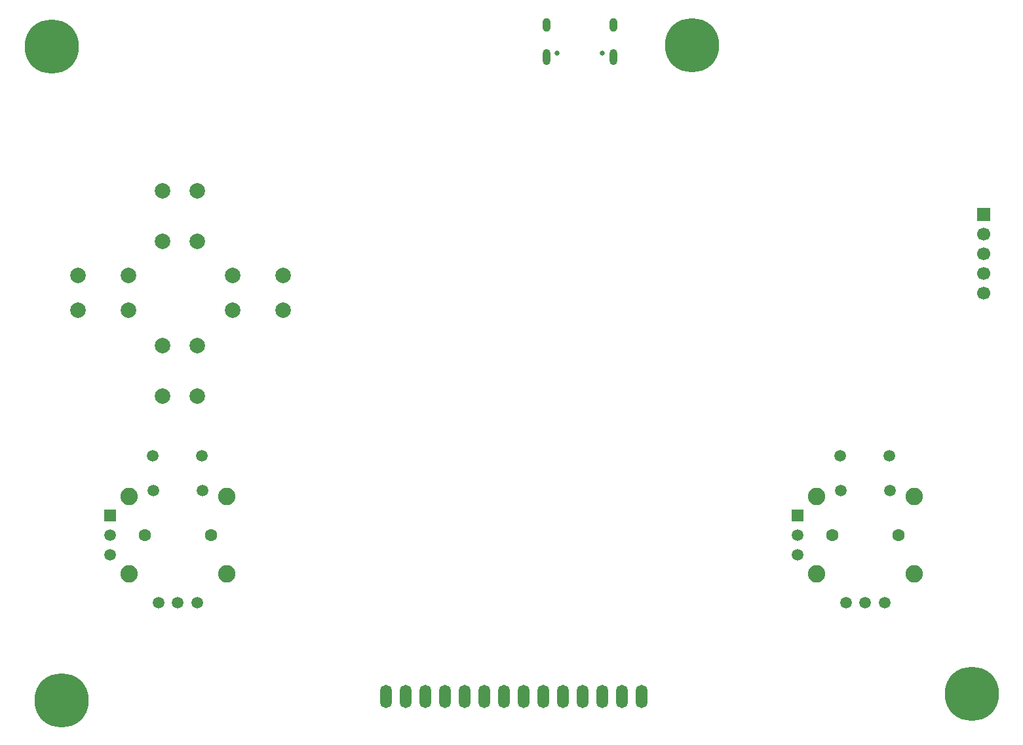
<source format=gbs>
G04 #@! TF.GenerationSoftware,KiCad,Pcbnew,9.0.2*
G04 #@! TF.CreationDate,2025-07-06T22:42:39-05:00*
G04 #@! TF.ProjectId,controller,636f6e74-726f-46c6-9c65-722e6b696361,rev?*
G04 #@! TF.SameCoordinates,Original*
G04 #@! TF.FileFunction,Soldermask,Bot*
G04 #@! TF.FilePolarity,Negative*
%FSLAX46Y46*%
G04 Gerber Fmt 4.6, Leading zero omitted, Abs format (unit mm)*
G04 Created by KiCad (PCBNEW 9.0.2) date 2025-07-06 22:42:39*
%MOMM*%
%LPD*%
G01*
G04 APERTURE LIST*
%ADD10O,1.500000X3.000000*%
%ADD11C,2.000000*%
%ADD12C,7.000000*%
%ADD13C,0.650000*%
%ADD14O,1.000000X2.100000*%
%ADD15O,1.000000X1.800000*%
%ADD16C,1.600000*%
%ADD17C,2.250000*%
%ADD18C,1.500000*%
%ADD19R,1.500000X1.500000*%
%ADD20R,1.700000X1.700000*%
%ADD21C,1.700000*%
G04 APERTURE END LIST*
D10*
X120350000Y-130850000D03*
X122890000Y-130850000D03*
X125430000Y-130850000D03*
X127970000Y-130850000D03*
X130510000Y-130850000D03*
X133050000Y-130850000D03*
X135590000Y-130850000D03*
X138130000Y-130850000D03*
X140670000Y-130850000D03*
X143210000Y-130850000D03*
X145750000Y-130850000D03*
X148290000Y-130850000D03*
X150830000Y-130850000D03*
X153370000Y-130850000D03*
D11*
X100600000Y-76450000D03*
X107100000Y-76450000D03*
X100600000Y-80950000D03*
X107100000Y-80950000D03*
X91500000Y-92050000D03*
X91500000Y-85550000D03*
X96000000Y-92050000D03*
X96000000Y-85550000D03*
X91500000Y-72050000D03*
X91500000Y-65550000D03*
X96000000Y-72050000D03*
X96000000Y-65550000D03*
D12*
X159900000Y-46750000D03*
D13*
X148290000Y-47765000D03*
X142510000Y-47765000D03*
D14*
X149720000Y-48265000D03*
D15*
X149720000Y-44085000D03*
D14*
X141080000Y-48265000D03*
D15*
X141080000Y-44085000D03*
D16*
X186600000Y-110000000D03*
X178000000Y-110000000D03*
D17*
X175975000Y-115000000D03*
X188625000Y-115000000D03*
X188625000Y-105000000D03*
X175975000Y-105000000D03*
D18*
X185445000Y-104200000D03*
X185420000Y-99775000D03*
X179115000Y-104275000D03*
X179070000Y-99775000D03*
D19*
X173570000Y-107500000D03*
D18*
X173570000Y-110000000D03*
X173570000Y-112500000D03*
X179800000Y-118730000D03*
X182300000Y-118730000D03*
X184800000Y-118730000D03*
D16*
X97780000Y-110000000D03*
X89180000Y-110000000D03*
D17*
X87155000Y-115000000D03*
X99805000Y-115000000D03*
X99805000Y-105000000D03*
X87155000Y-105000000D03*
D18*
X96625000Y-104200000D03*
X96600000Y-99775000D03*
X90295000Y-104275000D03*
X90250000Y-99775000D03*
D19*
X84750000Y-107500000D03*
D18*
X84750000Y-110000000D03*
X84750000Y-112500000D03*
X90980000Y-118730000D03*
X93480000Y-118730000D03*
X95980000Y-118730000D03*
D12*
X78500000Y-131300000D03*
D20*
X197600000Y-68560000D03*
D21*
X197600000Y-71100000D03*
X197600000Y-73640000D03*
X197600000Y-76180000D03*
X197600000Y-78720000D03*
D12*
X77150000Y-46950000D03*
X196050000Y-130500000D03*
D11*
X80600000Y-76450000D03*
X87100000Y-76450000D03*
X80600000Y-80950000D03*
X87100000Y-80950000D03*
M02*

</source>
